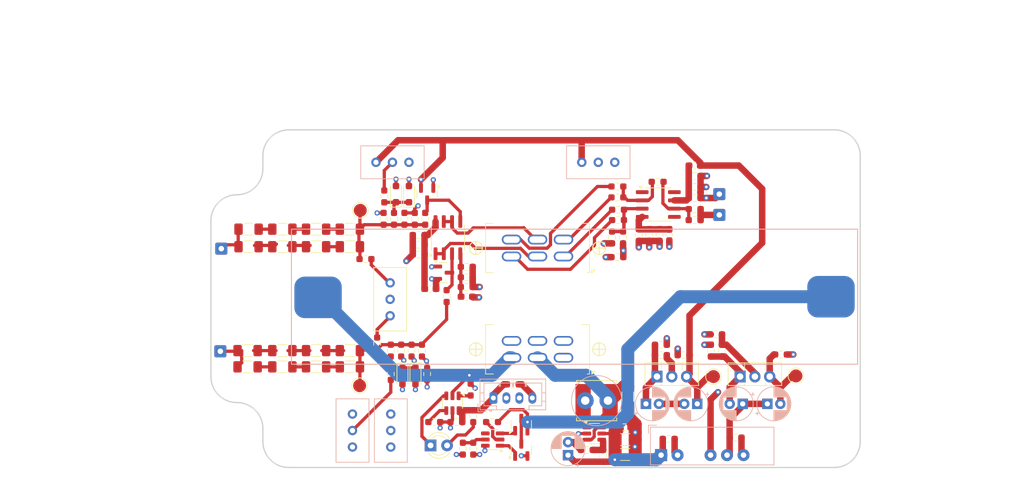
<source format=kicad_pcb>
(kicad_pcb (version 20241229) (generator "pcbnew") (generator_version "9.0")
  (layers (0 "F.Cu" signal) (4 "In1.Cu" signal) (6 "In2.Cu" signal) (2 "B.Cu" signal) (13 "F.Paste" user) (15 "B.Paste" user) (5 "F.SilkS" user "F.Silkscreen") (7 "B.SilkS" user "B.Silkscreen") (1 "F.Mask" user) (3 "B.Mask" user) (25 "Edge.Cuts" user))
  (net 0 "")
  (net 1 "IN+")
  (net 2 "0")
  (net 3 "IN-")
  (net 4 "Net-(C10-Pad1)")
  (net 5 "Net-(C10-Pad2)")
  (net 6 "+5V")
  (net 7 "-5V")
  (net 8 "Net-(R1-Pad1)")
  (net 9 "Net-(C32-Pad2)")
  (net 10 "Net-(R1-Pad2)")
  (net 11 "Net-(R5-Pad1)")
  (net 12 "Net-(R12-Pad1)")
  (net 13 "Net-(R2-Pad2)")
  (net 14 "Net-(R8-Pad2)")
  (net 15 "Net-(R10-Pad1)")
  (net 16 "Net-(R10-Pad2)")
  (net 17 "Net-(C39-Pad1)")
  (net 18 "Net-(U4--)")
  (net 19 "Net-(U4-+)")
  (net 20 "Net-(R17-Pad2)")
  (net 21 "Net-(SW1B-A)")
  (net 22 "Net-(SW1B-C)")
  (net 23 "Net-(SW1A-A)")
  (net 24 "Net-(SW1A-C)")
  (net 25 "Net-(SW1A-B)")
  (net 26 "Net-(SW1B-B)")
  (net 27 "Net-(C12-Pad1)")
  (net 28 "+VBUS")
  (net 29 "Earth")
  (net 30 "Net-(PS1-+Vout)")
  (net 31 "Net-(D1-K)")
  (net 32 "Net-(D4-K)")
  (net 33 "+BAT")
  (net 34 "Net-(U7-SW)")
  (net 35 "Net-(R14-Pad2)")
  (net 36 "Net-(R15-Pad2)")
  (net 37 "Net-(D6-K)")
  (net 38 "Net-(D6-A)")
  (net 39 "Net-(Q3-D)")
  (net 40 "Net-(U7-FB)")
  (net 41 "Net-(C15-Pad1)")
  (net 42 "Net-(C11-Pad1)")
  (net 43 "Net-(C13-Pad1)")
  (net 44 "Net-(C14-Pad1)")
  (net 45 "Net-(U1B-+)")
  (net 46 "Net-(U1A-+)")
  (net 47 "Net-(J1-Pin_1)")
  (net 48 "Net-(U2-VDD)")
  (net 49 "-BAT")
  (net 50 "Net-(Q3-G)")
  (net 51 "Net-(Q5-G)")
  (net 52 "Net-(U2-VM)")
  (net 54 "Net-(PS1-+Vin)")
  (net 55 "Net-(PS1--Vout)")
  (net 56 "Net-(U6-TS)")
  (net 57 "Net-(U6-ISET)")
  (net 58 "Net-(SW2A-B)")
  (net 63 "Net-(C4-Pad2)")
  (net 64 "Net-(Q1-B)")
  (net 65 "Net-(Q4-B)")
  (net 66 "Net-(U1C-V-)")
  (net 67 "Net-(U1C-V+)")
  (net 68 "Net-(U4-V+)")
  (net 69 "Net-(U4-V-)")
  (footprint "Resistor_SMD:R_0603_1608Metric_Pad0.98x0.95mm_HandSolder" (layer "F.Cu") (at 140 140 -90)
    (property "Reference" "R25" (hide yes))
    (property "Value" "10k" (hide yes))
  )
  (footprint "Inductor_SMD:L_Bourns_SRN6045TA" (layer "F.Cu") (at 159.4 141.7 180)
    (property "Reference" "L3" (hide yes))
    (property "Value" "4.7u" (hide yes))
  )
  (footprint "Resistor_SMD:R_0603_1608Metric_Pad0.98x0.95mm_HandSolder" (layer "F.Cu") (at 138.8 149.1 90)
    (property "Reference" "R30" (hide yes))
    (property "Value" "330" (hide yes))
  )
  (footprint "Resistor_SMD:R_0603_1608Metric_Pad0.98x0.95mm_HandSolder" (layer "F.Cu") (at 132 117.7)
    (property "Reference" "C33" (hide yes))
    (property "Value" "100n" (hide yes))
  )
  (footprint "Resistor_SMD:R_0603_1608Metric_Pad0.98x0.95mm_HandSolder" (layer "F.Cu") (at 136.3 125.6 -90)
    (property "Reference" "R51" (hide yes))
    (property "Value" "100" (hide yes))
  )
  (footprint "Resistor_SMD:R_0603_1608Metric_Pad0.98x0.95mm_HandSolder" (layer "F.Cu") (at 162.6 110.4 180)
    (property "Reference" "R13" (hide yes))
    (property "Value" "500" (hide yes))
  )
  (footprint "Diode_SMD:D_SOD-323_HandSoldering" (layer "F.Cu") (at 128.5 109.9 90)
    (property "Reference" "D4" (hide yes))
    (property "Value" "1SV324" (hide yes))
  )
  (footprint "Resistor_SMD:R_1206_3216Metric_Pad1.30x1.75mm_HandSolder" (layer "F.Cu") (at 105.65 134 180)
    (property "Reference" "C39" (hide yes))
    (property "Value" "10p" (hide yes))
  )
  (footprint "Package_SO:SOIC-8_3.9x4.9mm_P1.27mm" (layer "F.Cu") (at 168.9 111.5)
    (property "Reference" "U4" (hide yes))
    (property "Value" "AD8009" (hide yes))
  )
  (footprint "Package_TO_SOT_THT:TO-126-3_Vertical" (layer "F.Cu") (at 168.7 138)
    (property "Reference" "Q1" (hide yes))
    (property "Value" "BD679" (hide yes))
  )
  (footprint "Resistor_SMD:R_1206_3216Metric_Pad1.30x1.75mm_HandSolder" (layer "F.Cu") (at 163.8 150 180)
    (property "Reference" "C41" (hide yes))
    (property "Value" "10u" (hide yes))
  )
  (footprint "Inductor_SMD:L_0603_1608Metric_Pad1.05x0.95mm_HandSolder" (layer "F.Cu") (at 133.8 124.5)
    (property "Reference" "FB2" (hide yes))
    (property "Value" "FerriteBead" (hide yes))
  )
  (footprint "Resistor_SMD:R_0603_1608Metric_Pad0.98x0.95mm_HandSolder" (layer "F.Cu") (at 163.7 145.8 180)
    (property "Reference" "C17" (hide yes))
    (property "Value" "1u" (hide yes))
  )
  (footprint "Resistor_SMD:R_1206_3216Metric_Pad1.30x1.75mm_HandSolder" (layer "F.Cu") (at 116.2 134 180)
    (property "Reference" "C10" (hide yes))
    (property "Value" "10p" (hide yes))
  )
  (footprint "Resistor_SMD:R_0603_1608Metric_Pad0.98x0.95mm_HandSolder" (layer "F.Cu") (at 126.6 113.7 90)
    (property "Reference" "R23" (hide yes))
    (property "Value" "10M" (hide yes))
  )
  (footprint "Resistor_SMD:R_0603_1608Metric_Pad0.98x0.95mm_HandSolder" (layer "F.Cu") (at 174.5 113.9)
    (property "Reference" "R35" (hide yes))
    (property "Value" "100" (hide yes))
  )
  (footprint "Resistor_SMD:R_1206_3216Metric_Pad1.30x1.75mm_HandSolder" (layer "F.Cu") (at 111 118 180)
    (property "Reference" "C13" (hide yes))
    (property "Value" "10p" (hide yes))
  )
  (footprint "Connector_Wire:SolderWire-0.25sqmm_1x01_D0.65mm_OD1.7mm" (layer "F.Cu") (at 101.45 134.1)
    (property "Reference" "J3" (hide yes))
    (property "Value" "wire2board" (hide yes))
  )
  (footprint "Resistor_SMD:R_0603_1608Metric_Pad0.98x0.95mm_HandSolder" (layer "F.Cu") (at 169.3 133.1 180)
    (property "Reference" "R32" (hide yes))
    (property "Value" "3k3" (hide yes))
  )
  (footprint "Resistor_SMD:R_0603_1608Metric_Pad0.98x0.95mm_HandSolder" (layer "F.Cu") (at 129.3 134 90)
    (property "Reference" "C24" (hide yes))
    (property "Value" "470p" (hide yes))
  )
  (footprint "Resistor_SMD:R_0603_1608Metric_Pad0.98x0.95mm_HandSolder" (layer "F.Cu") (at 146.5 139.2)
    (property "Reference" "C1" (hide yes))
    (property "Value" "1u" (hide yes))
  )
  (footprint "TestPoint:TestPoint_Pad_D2.0mm" (layer "F.Cu") (at 123 112.4)
    (property "Reference" "TP2" (hide yes))
    (property "Value" "TestPoint" (hide yes))
  )
  (footprint "Package_TO_SOT_SMD:SOT-23" (layer "F.Cu") (at 133.3 109.9 -90)
    (property "Reference" "D2" (hide yes))
    (property "Value" "BAV99" (hide yes))
  )
  (footprint "Package_TO_SOT_SMD:SOT-23-6" (layer "F.Cu") (at 159.05 146.775)
    (property "Reference" "U7" (hide yes))
    (property "Value" "TLV61070ADBVR" (hide yes))
  )
  (footprint "Resistor_SMD:R_0603_1608Metric_Pad0.98x0.95mm_HandSolder" (layer "F.Cu") (at 139.4 122.7 180)
    (property "Reference" "C18" (hide yes))
    (property "Value" "100n" (hide yes))
  )
  (footprint "Resistor_SMD:R_0603_1608Metric_Pad0.98x0.95mm_HandSolder" (layer "F.Cu") (at 174.5 110.5 180)
    (property "Reference" "C37" (hide yes))
    (property "Value" "1n" (hide yes))
  )
  (footprint "Resistor_SMD:R_1206_3216Metric_Pad1.30x1.75mm_HandSolder" (layer "F.Cu") (at 121.4 115.3)
    (property "Reference" "R11" (hide yes))
    (property "Value" "1 Meg" (hide yes))
  )
  (footprint "Diode_SMD:D_SOD-323_HandSoldering" (layer "F.Cu") (at 131.5 137.9 -90)
    (property "Reference" "D1" (hide yes))
    (property "Value" "1SV324" (hide yes))
  )
  (footprint "Resistor_SMD:R_0603_1608Metric_Pad0.98x0.95mm_HandSolder" (layer "F.Cu") (at 163.47375 116.57375 90)
    (property "Reference" "R24" (hide yes))
    (property "Value" "51k" (hide yes))
  )
  (footprint "Resistor_SMD:R_1206_3216Metric_Pad1.30x1.75mm_HandSolder" (layer "F.Cu") (at 105.8 115.3)
    (property "Reference" "R8" (hide yes))
    (property "Value" "1 Meg" (hide yes))
  )
  (footprint "Package_TO_SOT_SMD:SOT-23-6" (layer "F.Cu") (at 137.2 142.1 -90)
    (property "Reference" "U6" (hide yes))
    (property "Value" "BQ21040DBV" (hide yes))
  )
  (footprint "Connector_Wire:SolderWire-0.25sqmm_1x01_D0.65mm_OD1.7mm" (layer "F.Cu") (at 178.3 109.9 90)
    (property "Reference" "J11" (hide yes))
    (property "Value" "wire2board" (hide yes))
  )
  (footprint "Resistor_SMD:R_0603_1608Metric_Pad0.98x0.95mm_HandSolder" (layer "F.Cu") (at 174.5 107.1 180)
    (property "Reference" "C26" (hide yes))
    (property "Value" "1u" (hide yes))
  )
  (footprint "Resistor_SMD:R_0603_1608Metric_Pad0.98x0.95mm_HandSolder" (layer "F.Cu") (at 132 119.2)
    (property "Reference" "C19" (hide yes))
    (property "Value" "1u" (hide yes))
  )
  (footprint "Resistor_SMD:R_0603_1608Metric_Pad0.98x0.95mm_HandSolder" (layer "F.Cu") (at 157.9 149.3)
    (property "Reference" "R27" (hide yes))
    (property "Value" "10k" (hide yes))
  )
  (footprint "Resistor_SMD:R_0603_1608Metric_Pad0.98x0.95mm_HandSolder" (layer "F.Cu") (at 130.9 134 90)
    (property "Reference" "C6" (hide yes))
    (property "Value" "470p" (hide yes))
  )
  (footprint "Inductor_SMD:L_0603_1608Metric_Pad1.05x0.95mm_HandSolder" (layer "F.Cu") (at 139.4 125.7)
    (property "Reference" "FB1" (hide yes))
    (property "Value" "FerriteBead" (hide yes))
  )
  (footprint "Resistor_SMD:R_1206_3216Metric_Pad1.30x1.75mm_HandSolder" (layer "F.Cu") (at 121.4 134 180)
    (property "Reference" "C11" (hide yes))
    (property "Value" "10p" (hide yes))
  )
  (footprint "Resistor_SMD:R_0603_1608Metric_Pad0.98x0.95mm_HandSolder" (layer "F.Cu") (at 140.4 149.1 -90)
    (property "Reference" "C2" (hide yes))
    (property "Value" "100n" (hide yes))
  )
  (footprint "Resistor_SMD:R_0603_1608Metric_Pad0.98x0.95mm_HandSolder" (layer "F.Cu") (at 127.7 134 90)
    (property "Reference" "C7" (hide yes))
    (property "Value" "100n" (hide yes))
  )
  (footprint "Resistor_SMD:R_0603_1608Metric_Pad0.98x0.95mm_HandSolder" (layer "F.Cu") (at 180.8 147.4 180)
    (property "Reference" "C3" (hide yes))
    (property "Value" "1u" (hide yes))
  )
  (footprint "Resistor_SMD:R_0603_1608Metric_Pad0.98x0.95mm_HandSolder" (layer "F.Cu") (at 140.4 144.1 90)
    (property "Reference" "R26" (hide yes))
    (property "Value" "330" (hide yes))
  )
  (footprint "Resistor_SMD:R_1206_3216Metric_Pad1.30x1.75mm_HandSolder" (layer "F.Cu") (at 105.8 118 180)
    (property "Reference" "C12" (hide yes))
    (property "Value" "10p" (hide yes))
  )
  (footprint "Diode_SMD:D_SOD-323_HandSoldering" (layer "F.Cu") (at 129.5 137.9 -90)
    (property "Reference" "D3" (hide yes))
    (property "Value" "1SV324" (hide yes))
  )
  (footprint "Package_TO_SOT_SMD:SOT-23" (layer "F.Cu") (at 147.8 149.3 90)
    (property "Reference" "Q3" (hide yes))
    (property "Value" "CMSN3416K-HF" (hide yes))
  )
  (footprint "DS100M08KV:DPDT_bigger" (layer "F.Cu") (at 150.3 133.8 180)
    (property "Reference" "SW2" (hide yes))
    (property "Value" "SW_DPDT_x2" (hide yes))
  )
  (footprint "Resistor_SMD:R_0603_1608Metric_Pad0.98x0.95mm_HandSolder" (layer "F.Cu") (at 168.8 108)
    (property "Reference" "R18" (hide yes))
    (property "Value" "1k" (hide yes))
  )
  (footprint "Package_TO_SOT_SMD:SOT-23" (layer "F.Cu") (at 147.8 145.4 90)
    (property "Reference" "Q5" (hide yes))
    (property "Value" "CMSN3416K-HF" (hide yes))
  )
  (footprint "Resistor_SMD:R_1206_3216Metric_Pad1.30x1.75mm_HandSolder" (layer "F.Cu") (at 163.8 147.7 180)
    (property "Reference" "C42" (hide yes))
    (property "Value" "10u" (hide yes))
  )
  (footprint "Resistor_SMD:R_0603_1608Metric_Pad0.98x0.95mm_HandSolder" (layer "F.Cu") (at 169.3 134.7)
    (property "Reference" "R31" (hide yes))
    (property "Value" "1k" (hide yes))
  )
  (footprint "Connector_Wire:SolderWire-0.25sqmm_1x01_D0.65mm_OD1.7mm" (layer "F.Cu") (at 101.6 118.3)
    (property "Reference" "J4" (hide yes))
    (property "Value" "wire2board" (hide yes))
  )
  (footprint "Resistor_SMD:R_0603_1608Metric_Pad0.98x0.95mm_HandSolder" (layer "F.Cu") (at 162.6 119.6)
    (property "Reference" "C4" (hide yes))
    (property "Value" "100n" (hide yes))
  )
  (footprint "Resistor_SMD:R_1206_3216Metric_Pad1.30x1.75mm_HandSolder" (layer "F.Cu") (at 121.4 118 180)
    (property "Reference" "C15" (hide yes))
    (property "Value" "10p" (hide yes))
  )
  (footprint "Resistor_SMD:R_1206_3216Metric_Pad1.30x1.75mm_HandSolder" (layer "F.Cu") (at 111 115.3)
    (property "Reference" "R9" (hide yes))
    (property "Value" "1 Meg" (hide yes))
  )
  (footprint "Resistor_SMD:R_0603_1608Metric_Pad0.98x0.95mm_HandSolder" (layer "F.Cu") (at 128.2 113.7 -90)
    (property "Reference" "C8" (hide yes))
    (property "Value" "100n" (hide yes))
  )
  (footprint "Package_TO_SOT_THT:TO-126-3_Vertical" (layer "F.Cu") (at 181.5 138)
    (property "Reference" "Q4" (hide yes))
    (property "Value" "BD680" (hide yes))
  )
  (footprint "Resistor_SMD:R_0603_1608Metric_Pad0.98x0.95mm_HandSolder" (layer "F.Cu") (at 127.7 137.6 -90)
    (property "Reference" "R15" (hide yes))
    (property "Value" "100k" (hide yes))
  )
  (footprint "Package_TO_SOT_SMD:SOT-23-6" (layer "F.Cu") (at 143.4 147.7 180)
    (property "Reference" "U2" (hide yes))
    (property "Value" "AP9101CK6" (hide yes))
  )
  (footprint "Inductor_SMD:L_0603_1608Metric_Pad1.05x0.95mm_HandSolder" (layer "F.Cu") (at 174.5 105.5)
    (property "Reference" "FB4" (hide yes))
    (property "Value" "FerriteBead" (hide yes))
  )
  (footprint "Resistor_SMD:R_0603_1608Metric_Pad0.98x0.95mm_HandSolder" (layer "F.Cu") (at 177.8 131.5 180)
    (property "Reference" "C29" (hide yes))
    (property "Value" "1u" (hide yes))
  )
  (footprint "Resistor_SMD:R_0603_1608Metric_Pad0.98x0.95mm_HandSolder" (layer "F.Cu") (at 170.5 147.6)
    (property "Reference" "C28" (hide yes))
    (property "Value" "1u" (hide yes))
  )
  (footprint "Diode_SMD:D_SOD-323_HandSoldering" (layer "F.Cu") (at 130.5 109.9 90)
    (property "Reference" "D5" (hide yes))
    (property "Value" "1SV324" (hide yes))
  )
  (footprint "Resistor_SMD:R_0603_1608Metric_Pad0.98x0.95mm_HandSolder" (layer "F.Cu") (at 123.8 119.9 180)
    (property "Reference" "R12" (hide yes))
    (property "Value" "10k" (hide yes))
  )
  (footprint "Resistor_SMD:R_0603_1608Metric_Pad0.98x0.95mm_HandSolder" (layer "F.Cu") (at 172.8 134.7 180)
    (property "Reference" "C31" (hide yes))
    (property "Value" "1u" (hide yes))
  )
  (footprint "Resistor_SMD:R_0603_1608Metric_Pad0.98x0.95mm_HandSolder" (layer "F.Cu") (at 174.5 108.8 180)
    (property "Reference" "C21" (hide yes))
    (property "Value" "100n" (hide yes))
  )
  (footprint "Resistor_SMD:R_1206_3216Metric_Pad1.30x1.75mm_HandSolder" (layer "F.Cu") (at 111 136.5)
    (property "Reference" "R1" (hide yes))
    (property "Value" "1 Meg" (hide yes))
  )
  (footprint "Resistor_SMD:R_0603_1608Metric_Pad0.98x0.95mm_HandSolder" (layer "F.Cu") (at 162.7 112.3)
    (property "Reference" "R16" (hide yes))
    (property "Value" "50" (hide yes))
  )
  (footprint "Resistor_SMD:R_0603_1608Metric_Pad0.98x0.95mm_HandSolder" (layer "F.Cu") (at 129.8 113.7 -90)
    (property "Reference" "C23" (hide yes))
    (property "Value" "470p" (hide yes))
  )
  (footprint "Resistor_SMD:R_1206_3216Metric_Pad1.30x1.75mm_HandSolder" (layer "F.Cu") (at 116.2 136.5)
    (property "Reference" "R2" (hide yes))
    (property "Value" "1 Meg" (hide yes))
  )
  (footprint "TestPoint:TestPoint_Pad_D2.0mm" (layer "F.Cu") (at 177.4 138)
    (property "Reference" "TP3" (hide yes))
    (property "Value" "TestPoint" (hide yes))
  )
  (footprint "Connector_Wire:SolderWire-0.25sqmm_1x01_D0.65mm_OD1.7mm" (layer "F.Cu") (at 178.3 113.1 90)
    (property "Reference" "J1" (hide yes))
    (property "Value" "wire2board" (hide yes))
  )
  (footprint "TestPoint:TestPoint_Pad_D2.0mm" (layer "F.Cu") (at 122.9 139.4)
    (property "Reference" "TP1" (hide yes))
    (property "Value" "TestPoint" (hide yes))
  )
  (footprint "Resistor_SMD:R_0603_1608Metric_Pad0.98x0.95mm_HandSolder" (layer "F.Cu") (at 178.7 134 90)
    (property "Reference" "R33" (hide yes))
    (property "Value" "1k" (hide yes))
  )
  (footprint "Resistor_SMD:R_0603_1608Metric_Pad0.98x0.95mm_HandSolder" (layer "F.Cu") (at 137.8 145 180)
    (property "Reference" "C45" (hide yes))
    (property "Value" "100n" (hide yes))
  )
  (footprint "Potentiometer_THT:Potentiometer_Bourns_3296W_Vertical" (layer "F.Cu") (at 127.6 123.56 90)
    (property "Reference" "RV2" (hide yes))
    (property "Value" "100" (hide yes))
  )
  (footprint "Resistor_SMD:R_0603_1608Metric_Pad0.98x0.95mm_HandSolder" (layer "F.Cu") (at 162.7 113.9)
    (property "Reference" "R20" (hide yes))
    (property "Value" "500" (hide yes))
  )
  (footprint "Package_TO_SOT_SMD:SOT-23" (layer "F.Cu") (at 135.8 122)
    (property "Reference" "D7" (hide yes))
    (property "Value" "BAV99" (hide yes))
  )
  (footprint "LED_THT:LED_D3.0mm_FlatTop" (layer "F.Cu") (at 133.83 148.6)
    (property "Reference" "D6" (hide yes))
    (property "Value" "LED" (hide yes))
  )
  (footprint "Resistor_SMD:R_0603_1608Metric_Pad0.98x0.95mm_HandSolder" (layer "F.Cu") (at 174.5 112.2 180)
    (property "Reference" "R17" (hide yes))
    (property "Value" "100" (hide yes))
  )
  (footprint "Resistor_SMD:R_0603_1608Metric_Pad0.98x0.95mm_HandSolder" (layer "F.Cu") (at 143.3 145 180)
    (property "Reference" "R29" (hide yes))
    (property "Value" "2.7k" (hide yes))
  )
  (footprint "Resistor_SMD:R_0603_1608Metric_Pad0.98x0.95mm_HandSolder" (layer "F.Cu") (at 162.6 108.72375 180)
    (property "Reference" "R6" (hide yes))
    (property "Value" "50" (hide yes))
  )
  (footprint "Package_SO:SOIC-8_3.9x4.9mm_P1.27mm" (layer "F.Cu") (at 136.5 116.6 90)
    (property "Reference" "U1" (hide yes))
    (property "Value" "AD8039" (hide yes))
  )
  (footprint "Inductor_SMD:L_0603_1608Metric_Pad1.05x0.95mm_HandSolder" (layer "F.Cu") (at 170.6 116.2 -90)
    (property "Reference" "FB3" (hide yes))
    (property "Value" "FerriteBead" (hide yes))
  )
  (footprint "DS100M08KV:DPDT_bigger" (layer "F.Cu") (at 150.3 118.2 180)
    (property "Reference" "SW1" (hide yes))
    (property "Value" "SW_DPDT_x2" (hide yes))
  )
  (footprint "Resistor_SMD:R_0603_1608Metric_Pad0.98x0.95mm_HandSolder" (layer "F.Cu") (at 134.4 145 180)
    (property "Reference" "R36" (hide yes))
    (property "Value" "10k" (hide yes))
  )
  (footprint "Resistor_SMD:R_0603_1608Metric_Pad0.98x0.95mm_HandSolder" (layer "F.Cu") (at 133 113.7 -90)
    (property "Reference" "R52" (hide yes))
    (property "Value" "100" (hide yes))
  )
  (footprint "Resistor_SMD:R_0603_1608Metric_Pad0.98x0.95mm_HandSolder" (layer "F.Cu") (at 160.4 150.2 -90)
    (property "Reference" "R28" (hide yes))
    (property "Value" "10k" (hide yes))
  )
  (footprint "Resistor_SMD:R_0603_1608Metric_Pad0.98x0.95mm_HandSolder" (layer "F.Cu") (at 126.7 110.25 90)
    (property "Reference" "R14" (hide yes))
    (property "Value" "100k" (hide yes))
  )
  (footprint "Resistor_SMD:R_0603_1608Metric_Pad0.98x0.95mm_HandSolder" (layer "F.Cu") (at 169.1 116.2 90)
    (property "Reference" "C25" (hide yes))
    (property "Value" "1n" (hide yes))
  )
  (footprint "Resistor_SMD:R_1206_3216Metric_Pad1.30x1.75mm_HandSolder" (layer "F.Cu") (at 116.2 118 180)
    (property "Reference" "C14" (hide yes))
    (property "Value" "10p" (hide yes))
  )
  (footprint "Resistor_SMD:R_0603_1608Metric_Pad0.98x0.95mm_HandSolder" (layer "F.Cu") (at 131.4 113.7 -90)
    (property "Reference" "C5" (hide yes))
    (property "Value" "470p" (hide yes))
  )
  (footprint "Resistor_SMD:R_1206_3216Metric_Pad1.30x1.75mm_HandSolder" (layer "F.Cu") (at 121.4 136.5)
    (property "Reference" "R3" (hide yes))
    (property "Value" "1 Meg" (hide yes))
  )
  (footprint "Resistor_SMD:R_0603_1608Metric_Pad0.98x0.95mm_HandSolder" (layer "F.Cu") (at 132.5 134 -90)
    (property "Reference" "R7" (hide yes))
    (property "Value" "10M" (hide yes))
  )
  (footprint "Resistor_SMD:R_0603_1608Metric_Pad0.98x0.95mm_HandSolder" (layer "F.Cu") (at 177 134 -90)
    (property "Reference" "R34" (hide yes))
    (property "Value" "3k3" (hide yes))
  )
  (footprint "Resistor_SMD:R_0603_1608Metric_Pad0.98x0.95mm_HandSolder" (layer "F.Cu") (at 139.4 121.1 180)
    (property "Reference" "C35" (hide yes))
    (property "Value" "1n" (hide yes))
  )
  (footprint "Resistor_SMD:R_1206_3216Metric_Pad1.30x1.75mm_HandSolder" (layer "F.Cu") (at 105.65 136.5)
    (property "Reference" "R4" (hide yes))
    (property "Value" "1 Meg" (hide yes))
  )
  (footprint "Resistor_SMD:R_0603_1608Metric_Pad0.98x0.95mm_HandSolder" (layer "F.Cu") (at 187.8 134.6)
    (property "Reference" "C30" (hide yes))
    (property "Value" "1u" (hide yes))
  )
  (footprint "Resistor_SMD:R_0603_1608Metric_Pad0.98x0.95mm_HandSolder" (layer "F.Cu") (at 167.5 116.2 90)
    (property "Reference" "C22" (hide yes))
    (property "Value" "100n" (hide yes))
  )
  (footprint "Resistor_SMD:R_0603_1608Metric_Pad0.98x0.95mm_HandSolder" (layer "F.Cu") (at 139.4 124.2 180)
    (property "Reference" "C27" (hide yes))
    (property "Value" "1u" (hide yes))
  )
  (footprint "Resistor_SMD:R_1206_3216Metric_Pad1.30x1.75mm_HandSolder" (layer "F.Cu") (at 116.2 115.3)
    (property "Reference" "R10" (hide yes))
    (property "Value" "1 Meg" (hide yes))
  )
  (footprint "Resistor_SMD:R_0603_1608Metric_Pad0.98x0.95mm_HandSolder" (layer "F.Cu") (at 161.77375 116.57375 -90)
    (property "Reference" "R22" (hide yes))
    (property "Value" "1k" (hide yes))
  )
  (footprint "Resistor_SMD:R_0603_1608Metric_Pad0.98x0.95mm_HandSolder" (layer "F.Cu") (at 125.6 132.9 -90)
    (property "Reference" "R5" (hide yes))
    (property "Value" "10k" (hide yes))
  )
  (footprint "Resistor_SMD:R_0603_1608Metric_Pad0.98x0.95mm_HandSolder" (layer "F.Cu") (at 133.3 137.6 90)
    (property "Reference" "C32" (hide yes))
    (property "Value" "100n" (hide yes))
  )
  (footprint "Resistor_SMD:R_0603_1608Metric_Pad0.98x0.95mm_HandSolder" (layer "F.Cu") (at 165.9 116.2 90)
    (property "Reference" "C38" (hide yes))
    (property "Value" "100n" (hide yes))
  )
  (footprint "Resistor_SMD:R_1206_3216Metric_Pad1.30x1.75mm_HandSolder" (layer "F.Cu") (at 164.2 141.1 90)
    (property "Reference" "C43" (hide yes))
    (property "Value" "10u" (hide yes))
  )
  (footprint "TestPoint:TestPoint_Pad_D2.0mm" (layer "F.Cu") (at 190.1 137.9)
    (property "Reference" "TP4" (hide yes))
    (property "Value" "TestPoint" (hide yes))
  )
  (footprint "Resistor_SMD:R_1206_3216Metric_Pad1.30x1.75mm_HandSolder" (layer "F.Cu") (at 111 134 180)
    (property "Reference" "C9" (hide yes))
    (property "Value" "10p" (hide yes))
  )
  (footprint "Resistor_SMD:R_0603_1608Metric_Pad0.98x0.95mm_HandSolder" (layer "F.Cu") (at 132 116.2)
    (property "Reference" "C34" (hide yes))
    (property "Value" "1n" (hide yes))
  )
  (footprint "Connector_JST:JST_PH_B4B-PH-K_1x04_P2.00mm_Vertical" (layer "B.Cu") (at 143.5 141.3)
    (property "Reference" "J2" (hide yes))
    (property "Value" "Conn_01x04_Socket" (hide yes))
  )
  (footprint "Capacitor_THT:CP_Radial_D5.0mm_P2.00mm" (layer "B.Cu") (at 167 142.2)
    (property "Reference" "C16" (hide yes))
    (property "Value" "47u" (hide yes))
  )
  (footprint "Converter_DCDC:Converter_DCDC_XP_POWER-IAxxxxS_THT" (layer "B.Cu") (at 169.33 150.095 -90)
    (property "Reference" "PS1" (hide yes))
    (property "Value" "IA0509S" (hide yes))
  )
  (footprint "Capacitor_THT:CP_Radial_D5.0mm_P2.00mm" (layer "B.Cu") (at 155 150.1 90)
    (property "Reference" "C40" (hide yes))
    (property "Value" "47u" (hide yes))
  )
  (footprint "DS100M08KV:M3_with_screw" (layer "B.Cu") (at 115 143.5 180)
    (property "Reference" "H3" (hide yes))
    (property "Value" "MountingHole" (hide yes))
  )
  (footprint "DS100M08KV:black_safety_4mm_connector" (layer "B.Cu") (at 107.9 114 180)
    (property "Reference" "J9" (hide yes))
    (property "Value" "black_safety_4mm_connector" (hide yes))
  )
  (footprint "DS100M08KV:USB_C_floating" (layer "B.Cu") (at 203.3 134.6)
    (property "Reference" "J5" (hide yes))
    (property "Value" "USB_C_floating" (hide yes))
  )
  (footprint "Potentiometer_THT:Potentiometer_Bourns_3296W_Vertical" (layer "B.Cu") (at 130.5 105)
    (property "Reference" "RV6" (hide yes))
    (property "Value" "100k" (hide yes))
  )
  (footprint "Inductor_THT:L_Radial_D7.5mm_P3.50mm_Fastron_07P" (layer "B.Cu") (at 161.15 141.7 180)
    (property "Reference" "L2" (hide yes))
    (property "Value" "4.7u" (hide yes))
  )
  (footprint "Potentiometer_THT:Potentiometer_Bourns_3296W_Vertical" (layer "B.Cu") (at 121.8 148.85 -90)
    (property "Reference" "RV5" (hide yes))
    (property "Value" "100k" (hide yes))
  )
  (footprint "DS100M08KV:BNC_panel_mount" (layer "B.Cu") (at 210.2 114 180)
    (property "Reference" "J10" (hide yes))
    (property "Value" "BNC_panel_mount" (hide yes))
  )
  (footprint "Capacitor_THT:CP_Radial_D5.0mm_P2.00mm" (layer "B.Cu") (at 174.9 142.2 180)
    (property "Reference" "C44" (hide yes))
    (property "Value" "47u" (hide yes))
  )
  (footprint "DS100M08KV:battery_holder" (layer "B.Cu") (at 156 125.7)
    (property "Reference" "BT1" (hide yes))
    (property "Value" "Battery_Cell" (hide yes))
  )
  (footprint "DS100M08KV:M3_with_screw" (layer "B.Cu") (at 194.9 143.5 180)
    (property "Reference" "H4" (hide yes))
    (property "Value" "MountingHole" (hide yes))
  )
  (footprint "DS100M08KV:M3_with_screw" (layer "B.Cu") (at 115 108.5 180)
    (property "Reference" "H1" (hide yes))
    (property "Value" "MountingHole" (hide yes))
  )
  (footprint "Potentiometer_THT:Potentiometer_Bourns_3296W_Vertical" (layer "B.Cu") (at 162.2 105)
    (property "Reference" "RV4" (hide yes))
    (property "Value" "100k" (hide yes))
  )
  (footprint "Capacitor_THT:CP_Radial_D5.0mm_P2.00mm" (layer "B.Cu") (at 181.9 142.2 180)
    (property "Reference" "C20" (hide yes))
    (property "Value" "47u" (hide yes))
  )
  (footprint "Potentiometer_THT:Potentiometer_Bourns_3296W_Vertical" (layer "B.Cu") (at 127.7 148.85 -90)
    (property "Reference" "RV1" (hide yes))
    (property "Value" "100k" (hide yes))
  )
  (footprint "DS100M08KV:M3_with_screw" (layer "B.Cu") (at 194.9 108.5 180)
    (property "Reference" "H2" (hide yes))
    (property "Value" "MountingHole" (hide yes))
  )
  (footprint "Capacitor_THT:CP_Radial_D5.0mm_P2.00mm" (layer "B.Cu") (at 185.7 142.2)
    (property "Reference" "C36" (hide yes))
    (property "Value" "47u" (hide yes))
  )
  (footprint "DS100M08KV:black_safety_4mm_connector" (layer "B.Cu") (at 107.9 138 180)
    (property "Reference" "J8" (hide yes))
    (property "Value" "red_safety_4mm_connector" (hide yes))
  )
  (gr_line (start 131.3 135.5) (end 130.7 135) (stroke (width 0.2)) (layer "F.Cu") (net 2))
  (gr_arc (start 108 104) (mid 109.171573 101.171573) (end 112 100) (stroke (width 0.2)) (layer "Edge.Cuts"))
  (gr_arc (start 196 100) (mid 198.828427 101.171573) (end 200 104) (stroke (width 0.2)) (layer "Edge.Cuts"))
  (gr_line (start 196 100) (end 112 100) (stroke (width 0.2)) (layer "Edge.Cuts"))
  (gr_arc (start 104 142) (mid 106.828427 143.171573) (end 108 146) (stroke (width 0.2)) (layer "Edge.Cuts"))
  (gr_line (start 112 152) (end 196 152) (stroke (width 0.2)) (layer "Edge.Cuts"))
  (gr_line (start 108 146) (end 108 148) (stroke (width 0.2)) (layer "Edge.Cuts"))
  (gr_line (start 100 114) (end 100 138) (stroke (width 0.2)) (layer "Edge.Cuts"))
  (gr_arc (start 100 114) (mid 101.171573 111.171573) (end 104 110) (stroke (width 0.2)) (layer "Edge.Cuts"))
  (gr_line (start 108 104) (end 108 106) (stroke (width 0.2)) (layer "Edge.Cuts"))
  (gr_arc (start 112 152) (mid 109.171573 150.828427) (end 108 148) (stroke (width 0.2)) (layer "Edge.Cuts"))
  (gr_arc (start 108 106) (mid 106.828427 108.828427) (end 104 110) (stroke (width 0.2)) (layer "Edge.Cuts"))
  (gr_arc (start 200 148) (mid 198.828427 150.828427) (end 196 152) (stroke (width 0.2)) (layer "Edge.Cuts"))
  (gr_line (start 200 148) (end 200 104) (stroke (width 0.2)) (layer "Edge.Cuts"))
  (gr_arc (start 104 142) (mid 101.171573 140.828427) (end 100 138) (stroke (width 0.2)) (layer "Edge.Cuts"))
  (segment (start 104.6375 134.1) (end 104.7375 134) (width 0.5) (layer "F.Cu") (net 1))
  (segment (start 104.7375 134) (end 104.7375 135.8625) (width 0.5) (layer "F.Cu") (net 1))
  (segment (start 104.7375 135.8625) (end 104.1 136.5) (width 0.5) (layer "F.Cu") (net 1))
  (segment (start 101.85 134.1) (end 104.6375 134.1) (width 0.5) (layer "F.Cu") (net 1))
  (segment (start 179.8875 149.6975) (end 179.49 150.095) (width 1) (layer "F.Cu") (net 2))
  (segment (start 131.805382 111.7) (end 131.4 112.105382) (width 0.5) (layer "F.Cu") (net 2))
  (segment (start 140.3125 123.4) (end 140.3125 122.65) (width 1) (layer "F.Cu") (net 2))
  (segment (start 171.8875 133.7125) (end 171.9 133.7) (width 1) (layer "F.Cu") (net 2))
  (segment (start 175.4125 109.6125) (end 175.4125 110.5) (width 1) (layer "F.Cu") (net 2))
  (segment (start 175.4 109.6) (end 175.4125 109.6125) (width 1) (layer "F.Cu") (net 2))
  (segment (start 131.0875 119.2) (end 131.0875 116.2) (width 1) (layer "F.Cu") (net 2))
  (segment (start 176.9875 133.1) (end 177 133.0875) (width 1) (layer "F.Cu") (net 2))
  (segment (start 129.7 135.3125) (end 129.3 134.9125) (width 0.5) (layer "F.Cu") (net 2))
  (segment (start 171.8875 134.7) (end 171.8875 133.7125) (width 1) (layer "F.Cu") (net 2))
  (segment (start 165.9 117.1125) (end 169.1 117.1125) (width 1) (layer "F.Cu") (net 2))
  (segment (start 131.308118 135.320618) (end 130.9 134.9125) (width 0.5) (layer "F.Cu") (net 2))
  (segment (start 133.3 139.6) (end 133.3 138.5125) (width 0.5) (layer "F.Cu") (net 2))
  (segment (start 175.4125 109.5875) (end 175.4 109.6) (width 1) (layer "F.Cu") (net 2))
  (segment (start 129.5 140) (end 129.5 139.15) (width 0.5) (layer "F.Cu") (net 2))
  (segment (start 169 142.2) (end 172.9 142.2) (width 1) (layer "F.Cu") (net 2))
  (segment (start 160.621332 117.48625) (end 161.77375 117.48625) (width 1) (layer "F.Cu") (net 2))
  (segment (start 130.5 107.6) (end 130.5 108.65) (width 0.5) (layer "F.Cu") (net 2))
  (segment (start 167.5 117.1125) (end 167.5 118.1) (width 1) (layer "F.Cu") (net 2))
  (segment (start 140.3125 122.6) (end 140.3125 121.1) (width 0.5) (layer "F.Cu") (net 2))
  (segment (start 140.4125 122.75) (end 140.4125 122.75) (width 0.5) (layer "F.Cu") (net 2))
  (segment (start 161.6875 119.6) (end 160.8 119.6) (width 1) (layer "F.Cu") (net 2))
  (segment (start 131.9 111.7) (end 131.805382 111.7) (width 0.5) (layer "F.Cu") (net 2))
  (segment (start 160.5 117.5) (end 160.607582 117.5) (width 1) (layer "F.Cu") (net 2))
  (segment (start 176 133.1) (end 176.9875 133.1) (width 1) (layer "F.Cu") (net 2))
  (segment (start 179.8875 147.4) (end 179.8875 144.5125) (width 1) (layer "F.Cu") (net 2))
  (segment (start 131.4 112.105382) (end 131.4 112.7875) (width 0.5) (layer "F.Cu") (net 2))
  (segment (start 128.5 107.6) (end 128.5 108.65) (width 0.5) (layer "F.Cu") (net 2))
  (segment (start 179.8875 144.5125) (end 181.9 142.5) (width 1) (layer "F.Cu") (net 2))
  (segment (start 175.4125 107.1) (end 175.4125 109.5875) (width 1) (layer "F.Cu") (net 2))
  (segment (start 160.607582 117.5) (end 160.621332 117.48625) (width 1) (layer "F.Cu") (net 2))
  (segment (start 126.5875 112.8) (end 126.6 112.7875) (width 0.5) (layer "F.Cu") (net 2))
  (segment (start 140.3125 123.4) (end 140.3125 121.1) (width 1) (layer "F.Cu") (net 2))
  (segment (start 175.4125 110.5) (end 176.3 110.5) (width 1) (layer "F.Cu") (net 2))
  (segment (start 176.3 108.8) (end 175.4125 108.8) (width 1) (layer "F.Cu") (net 2))
  (segment (start 189.7 134.6) (end 188.7125 134.6) (width 1) (layer "F.Cu") (net 2))
  (segment (start 181.9 142.2) (end 185.7 142.2) (width 1) (layer "F.Cu") (net 2))
  (segment (start 140.3125 124.2) (end 140.3125 123.4) (width 1) (layer "F.Cu") (net 2))
  (segment (start 129.7 135.5) (end 129.7 135.3125) (width 0.5) (layer "F.Cu") (net 2))
  (segment (start 179.8875 147.4) (end 179.8875 149.6975) (width 1) (layer "F.Cu") (net 2))
  (segment (start 165.9 117.1125) (end 165.9 118.1) (width 1) (layer "F.Cu") (net 2))
  (segment (start 131.0875 119.2) (end 131.0875 117.7) (width 1) (layer "F.Cu") (net 2))
  (segment (start 181.9 142.5) (end 181.9 142.2) (width 1) (layer "F.Cu") (net 2))
  (segment (start 177.7 110.5) (end 176.3 110.5) (width 1) (layer "F.Cu") (net 2))
  (segment (start 175.4125 107.1) (end 176.4 107.1) (width 1) (layer "F.Cu") (net 2))
  (segment (start 175.4 110.65) (end 175.4125 110.6625) (width 0.5) (layer "F.Cu") (net 2))
  (segment (start 129.8 112.7875) (end 131.4 112.7875) (width 0.5) (layer "F.Cu") (net 2))
  (segment (start 169.1 117.1125) (end 169.1 118) (width 1) (layer "F.Cu") (net 2))
  (segment (start 141.4 124.2) (end 140.3125 124.2) (width 1) (layer "F.Cu") (net 2))
  (segment (start 178.3 109.9) (end 177.7 110.5) (width 1) (layer "F.Cu") (net 2))
  (segment (start 170.2125 133.1) (end 170.2125 132.1) (width 1) (layer "F.Cu") (net 2))
  (segment (start 140.3 122.6375) (end 140.3125 122.65) (width 0.5) (layer "F.Cu") (net 2))
  (segment (start 128.5 107.6) (end 128.6 107.5) (width 0.5) (layer "F.Cu") (net 2))
  (segment (start 131.0875 118.0125) (end 131.0875 119.2) (width 1) (layer "F.Cu") (net 2))
  (segment (start 125.6 112.8) (end 126.5875 112.8) (width 0.5) (layer "F.Cu") (net 2))
  (segment (start 131.0875 119.2125) (end 131.0875 119.2) (width 1) (layer "F.Cu") (net 2))
  (segment (start 130.1 120.2) (end 131.0875 119.2125) (width 1) (layer "F.Cu") (net 2))
  (segment (start 131.5 140) (end 131.5 139.15) (width 0.5) (layer "F.Cu") (net 2))
  (segment (start 176 131.5) (end 176.9875 131.5) (width 1) (layer "F.Cu") (net 2))
  (segment (start 131.308118 135.55) (end 131.308118 135.320618) (width 0.5) (layer "F.Cu") (net 2))
  (via (at 170.2125 132.1) (size 0.8) (drill 0.4) (layers "F.Cu" "B.Cu") (net 2))
  (via (at 141.4 124.2) (size 0.8) (drill 0.4) (layers "F.Cu" "B.Cu") (net 2))
  (via (at 160.5 117.5) (size 0.8) (drill 0.4) (layers "F.Cu" "B.Cu") (net 2))
  (via (at 130.5 107.6) (size 0.8) (drill 0.4) (layers "F.Cu" "B.Cu") (net 2))
  (via (at 176 131.5) (size 0.8) (drill 0.4) (layers "F.Cu" "B.Cu") (net 2))
  (via (at 130.1 120.2) (size 0.8) (drill 0.4) (layers "F.Cu" "B.Cu") (net 2))
  (via (at 128.5 107.6) (size 0.8) (drill 0.4) (layers "F.Cu" "B.Cu") (net 2))
  (via (at 176 133.1) (size 0.8) (drill 0.4) (layers "F.Cu" "B.Cu") (net 2))
  (via (at 171.9 133.7) (size 0.8) (drill 0.4) (layers "F.Cu" "B.Cu") (net 2))
  (via (at 131.5 140) (size 0.8) (drill 0.4) (layers "F.Cu" "B.Cu") (net 2))
  (via (at 169.1 118) (size 0.8) (drill 0.4) (layers "F.Cu" "B.Cu") (net 2))
  (via (at 176.4 107.1) (size 0.8) (drill 0.4) (layers "F.Cu" "B.Cu") (net 2))
  (via (at 176.3 110.5) (size 0.8) (drill 0.4) (layers "F.Cu" "B.Cu") (net 2))
  (via (at 165.9 118.1) (size 0.8) (drill 0.4) (layers "F.Cu" "B.Cu") (net 2))
  (via (at 125.6 112.8) (size 0.8) (drill 0.4) (layers "F.Cu" "B.Cu") (net 2))
  (via (at 133.3 139.6) (size 0.8) (drill 0.4) (layers "F.Cu" "B.Cu") (net 2))
  (via (at 176.3 108.8) (size 0.8) (drill 0.4) (layers "F.Cu" "B.Cu") (net 2))
  (via (at 167.5 118.1) (size 0.8) (drill 0.4) (layers "F.Cu" "B.Cu") (net 2))
  (via (at 131.9 111.7) (size 0.8) (drill 0.4) (layers "F.Cu" "B.Cu") (net 2))
  (via (at 129.7 135.5) (size 0.8) (drill 0.4) (layers "F.Cu" "B.Cu") (net 2))
  (via (at 189.7 134.6) (size 0.8) (drill 0.4) (layers "F.Cu" "B.Cu") (net 2))
  (via (at 160.8 119.6) (size 0.8) (drill 0.4) (layers "F.Cu" "B.Cu") (net 2))
  (via (at 131.308118 135.55) (size 0.8) (drill 0.4) (layers "F.Cu" "B.Cu") (net 2))
  (via (at 129.5 140) (size 0.8) (drill 0.4) (layers "F.Cu" "B.Cu") (net 2))
  (segment (start 104.2 115.35) (end 104.25 115.3) (width 0.5) (layer "F.Cu") (net 3))
  (segment (start 103.95 117.7) (end 104.2 117.95) (width 0.5) (layer "F.Cu") (net 3))
  (segment (start 104.2 117.95) (end 104.2 115.35) (width 0.5) (layer "F.Cu") (net 3))
  (segment (start 101.6 117.7) (end 103.95 117.7) (width 0.5) (layer "F.Cu") (net 3))
  (segment (start 117.0625 134) (end 120.4375 134) (width 0.5) (layer "F.Cu") (net 4))
  (segment (start 111.8625 134) (end 115.2375 134) (width 0.5) (layer "F.Cu") (net 5))
  (segment (start 181.3 105.5) (end 184.9 109.1) (width 1) (layer "F.Cu") (net 6))
  (segment (start 177.4 138) (end 176.6 138) (width 1) (layer "F.Cu") (net 6))
  (segment (start 134.8625 123.1375) (end 134.8 123.2) (width 0.5) (layer "F.Cu") (net 6))
  (segment (start 157.1 101.6) (end 157.1 104.98) (width 1) (layer "F.Cu") (net 6))
  (segment (start 173.7125 137.5475) (end 173.26 138) (width 1) (layer "F.Cu") (net 6))
  (segment (start 174.96 139.64) (end 174.9 139.64) (width 1) (layer "F.Cu") (net 6))
  (segment (start 135.7 101.6) (end 128.82 101.6) (width 1) (layer "F.Cu") (net 6))
  (segment (start 174.9 139.64) (end 174.9 142.2) (width 1) (layer "F.Cu") (net 6))
  (segment (start 134.8625 122.95) (end 134.8625 123.1375) (width 0.5) (layer "F.Cu") (net 6))
  (segment (start 171.9 101.6) (end 164.3 101.6) (width 1) (layer "F.Cu") (net 6))
  (segment (start 157.1 104.98) (end 157.12 105) (width 1) (layer "F.Cu") (net 6))
  (segment (start 175.375 105.075) (end 171.9 101.6) (width 1) (layer "F.Cu") (net 6))
  (segment (start 176.6 138) (end 174.96 139.64) (width 1) (layer "F.Cu") (net 6))
  (segment (start 184.9 109.1) (end 184.9 117.4) (width 1) (layer "F.Cu") (net 6))
  (segment (start 173.7125 128.5875) (end 173.7125 134.7) (width 1) (layer "F.Cu") (net 6))
  (segment (start 135.7 104.3) (end 132.35 107.65) (width 1) (layer "F.Cu") (net 6))
  (segment (start 134.675 123.325) (end 134.8 123.2) (width 1) (layer "F.Cu") (net 6))
  (segment (start 128.82 101.6) (end 125.42 105) (width 1) (layer "F.Cu") (net 6))
  (segment (start 135.7 101.6) (end 135.7 104.3) (width 1) (layer "F.Cu") (net 6))
  (segment (start 134.675 124.5) (end 134.675 123.325) (width 1) (layer "F.Cu") (net 6))
  (segment (start 164.3 101.6) (end 157.1 101.6) (width 1) (layer "F.Cu") (net 6))
  (segment (start 175.375 105.5) (end 175.375 105.075) (width 1) (layer "F.Cu") (net 6))
  (segment (start 184.9 117.4) (end 173.7125 128.5875) (width 1) (layer "F.Cu") (net 6))
  (segment (start 164.3 101.6) (end 135.7 101.6) (width 1) (layer "F.Cu") (net 6))
  (segment (start 132.35 107.65) (end 132.35 108.9625) (width 0.5) (layer "F.Cu") (net 6))
  (segment (start 173.26 138) (end 174.9 139.64) (width 1) (layer "F.Cu") (net 6))
  (segment (start 173.7125 134.7) (end 173.7125 137.5475) (width 1) (layer "F.Cu") (net 6))
  (segment (start 175.375 105.5) (end 181.3 105.5) (width 1) (layer "F.Cu") (net 6))
  (via (at 134 122.95) (size 0.8) (drill 0.4) (layers "F.Cu" "B.Cu") (net 6))
  (via (at 132.35 107.65) (size 0.8) (drill 0.4) (layers "F.Cu" "B.Cu") (net 6))
  (segment (start 187.7 142.2) (end 187.7 139.64) (width 1) (layer "F.Cu") (net 7))
  (segment (start 134.25 107.7) (end 134.25 108.9625) (width 0.5) (layer "F.Cu") (net 7))
  (segment (start 186.7 134.6) (end 186.06 135.24) (width 1) (layer "F.Cu") (net 7))
  (segment (start 187.76 139.64) (end 189.5 137.9) (width 1) (layer "F.Cu") (net 7))
  (segment (start 141.3 125.8) (end 140.375 125.8) (width 1) (layer "F.Cu") (net 7))
  (segment (start 187.7 139.64) (end 186.06 138) (width 1) (layer "F.Cu") (net 7))
  (segment (start 186.8875 134.6) (end 186.7 134.6) (width 1) (layer "F.Cu") (net 7))
  (segment (start 187.7 139.64) (end 187.76 139.64) (width 1) (layer "F.Cu") (net 7))
  (segment (start 186.06 135.24) (end 186.06 138) (width 1) (layer "F.Cu") (net 7))
  (segment (start 140.375 125.8) (end 140.275 125.7) (width 1) (layer "F.Cu") (net 7))
  (segment (start 189.5 137.9) (end 190.1 137.9) (width 1) (layer "F.Cu") (net 7))
  (segment (start 170.6 118) (end 170.6 117.075) (width 1) (layer "F.Cu") (net 7))
  (via (at 141.3 125.8) (size 0.8) (drill 0.4) (layers "F.Cu" "B.Cu") (net 7))
  (via (at 134.25 107.7) (size 0.8) (drill 0.4) (layers "F.Cu" "B.Cu") (net 7))
  (via (at 134 121.1) (size 0.8) (drill 0.4) (layers "F.Cu" "B.Cu") (net 7))
  (via (at 170.6 118) (size 0.8) (drill 0.4) (layers "F.Cu" "B.Cu") (net 7))
  (segment (start 107.2 136.5) (end 109.4 136.5) (width 0.5) (layer "F.Cu") (net 8))
  (segment (start 133.3 135.7125) (end 132.5 134.9125) (width 0.5) (layer "F.Cu") (net 9))
  (segment (start 133.3 136.6875) (end 133.3 135.7125) (width 0.5) (layer "F.Cu") (net 9))
  (via (at 133.2 135.6) (size 0.8) (drill 0.4) (layers "F.Cu" "B.Cu") (net 9))
  (segment (start 112.5 136.5) (end 114.6 136.5) (width 0.5) (layer "F.Cu") (net 10))
  (segment (start 127.6 128.74) (end 125.6 130.74) (width 0.5) (layer "F.Cu") (net 11))
  (segment (start 125.6 130.74) (end 125.6 131.9875) (width 0.5) (layer "F.Cu") (net 11))
  (segment (start 127.56 123.66) (end 127.6 123.66) (width 0.5) (layer "F.Cu") (net 12))
  (segment (start 124.7125 119.9) (end 124.7 119.9125) (width 0.5) (layer "F.Cu") (net 12))
  (segment (start 124.7 119.9125) (end 124.7 120.8) (width 0.5) (layer "F.Cu") (net 12))
  (segment (start 124.7 120.8) (end 127.56 123.66) (width 0.5) (layer "F.Cu") (net 12))
  (segment (start 117.7 136.5) (end 119.8 136.5) (width 0.5) (layer "F.Cu") (net 13))
  (segment (start 107.35 115.3) (end 109.45 115.3) (width 0.5) (layer "F.Cu") (net 14))
  (segment (start 112.55 115.3) (end 114.65 115.3) (width 0.5) (layer "F.Cu") (net 15))
  (segment (start 117.75 115.3) (end 119.85 115.3) (width 0.5) (layer "F.Cu") (net 16))
  (segment (start 106.5625 134) (end 110.0375 134) (width 0.5) (layer "F.Cu") (net 17))
  (segment (start 167.9875 110.277499) (end 167.399999 110.865) (width 0.5) (layer "F.Cu") (net 18))
  (segment (start 163.5125 110.2) (end 164.1775 110.865) (width 0.5) (layer "F.Cu") (net 18))
  (segment (start 167.399999 110.865) (end 166.425 110.865) (width 0.5) (layer "F.Cu") (net 18))
  (segment (start 167.9875 108) (end 167.9875 110.277499) (width 0.5) (layer "F.Cu") (net 18))
  (segment (start 163.5125 108.8) (end 163.5125 110.2) (width 0.5) (layer "F.Cu") (net 18))
  (segment (start 164.1775 110.865) (end 166.425 110.865) (width 0.5) (layer "F.Cu") (net 18))
  (segment (start 163.7775 112.135) (end 166.425 112.135) (width 0.5) (layer "F.Cu") (net 19))
  (segment (start 163.6125 115.7) (end 163.6125 113.9) (width 0.5) (layer "F.Cu") (net 19))
  (segment (start 163.47375 115.66125) (end 161.77375 115.66125) (width 0.5) (layer "F.Cu") (net 19))
  (segment (start 163.6125 115.7) (end 163.6125 112.3) (width 0.5) (layer "F.Cu") (net 19))
  (segment (start 173.5225 112.135) (end 173.5875 112.2) (width 0.5) (layer "F.Cu") (net 20))
  (segment (start 169.6125 108) (end 169.6125 111.3125) (width 0.5) (layer "F.Cu") (net 20))
  (segment (start 171.375 112.135) (end 173.5225 112.135) (width 0.5) (layer "F.Cu") (net 20))
  (segment (start 170.435 112.135) (end 171.375 112.135) (width 0.5) (layer "F.Cu") (net 20))
  (segment (start 169.6125 111.3125) (end 170.435 112.135) (width 0.5) (layer "F.Cu") (net 20))
  (segment (start 173.5875 112.2) (end 173.5875 113.9) (width 0.5) (layer "F.Cu") (net 20))
  (segment (start 147.08125 116.42375) (end 147.12375 116.42375) (width 0.5) (layer "F.Cu") (net 21))
  (segment (start 147.67375 116.87375) (end 149.02375 118.22375) (width 0.5) (layer "F.Cu") (net 21))
  (segment (start 159.52375 108.72375) (end 161.6875 108.72375) (width 0.5) (layer "F.Cu") (net 21))
  (segment (start 146.27375 116.87375) (end 147.67375 116.87375) (width 0.5) (layer "F.Cu") (net 21))
  (segment (start 152.3 117.6975) (end 152.3 115.9475) (width 0.5) (layer "F.Cu") (net 21))
  (segment (start 151.77375 118.22375) (end 152.3 117.6975) (width 0.5) (layer "F.Cu") (net 21))
  (segment (start 152.3 115.9475) (end 159.52375 108.72375) (width 0.5) (layer "F.Cu") (net 21))
  (segment (start 149.02375 118.22375) (end 151.77375 118.22375) (width 0.5) (layer "F.Cu") (net 21))
  (segment (start 161.6875 110.4) (end 161.66125 110.37375) (width 0.5) (layer "F.Cu") (net 22))
  (segment (start 161.66125 110.38625) (end 155.42375 116.62375) (width 0.5) (layer "F.Cu") (net 22))
  (segment (start 155.42375 116.62375) (end 154.29875 116.62375) (width 0.5) (layer "F.Cu") (net 22))
  (segment (start 161.66125 110.37375) (end 161.66125 110.38625) (width 0.5) (layer "F.Cu") (net 22))
  (segment (start 154.61375 119.47375) (end 154.27375 119.47375) (width 0.5) (layer "F.Cu") (net 23))
  (segment (start 161.7875 112.3) (end 154.61375 119.47375) (width 0.5) (layer "F.Cu") (net 23))
  (segment (start 147.08125 119.72375) (end 147.0525 119.7525) (width 0.5) (layer "F.Cu") (net 24))
  (segment (start 161.59375 113.9) (end 161.7875 113.9) (width 0.5) (layer "F.Cu") (net 24))
  (segment (start 159.07375 116.61375) (end 161.7875 113.9) (width 0.5) (layer "F.Cu") (net 24))
  (segment (start 147.0525 119.7525) (end 148.77375 121.47375) (width 0.5) (layer "F.Cu") (net 24))
  (segment (start 148.77375 121.47375) (end 155.37375 121.47375) (width 0.5) (layer "F.Cu") (net 24))
  (segment (start 155.37375 121.47375) (end 159.07375 117.77375) (width 0.5) (layer "F.Cu") (net 24))
  (segment (start 159.07375 117.77375) (end 159.07375 116.61375) (width 0.5) (layer "F.Cu") (net 24))
  (segment (start 149.48125 119.82375) (end 149.24875 119.82375) (width 0.5) (layer "F.Cu") (net 25))
  (segment (start 135.865 119.075) (end 134.595 119.075) (width 0.5) (layer "F.Cu") (net 25))
  (segment (start 147.64875 118.22375) (end 147.6225 118.25) (width 0.5) (layer "F.Cu") (net 25))
  (segment (start 140.75 118.25) (end 140 117.5) (width 0.5) (layer "F.Cu") (net 25))
  (segment (start 135.865 118.517316) (end 135.865 119.075) (width 0.5) (layer "F.Cu") (net 25))
  (segment (start 147.6225 118.25) (end 140.75 118.25) (width 0.5) (layer "F.Cu") (net 25))
  (segment (start 136.882316 117.5) (end 135.865 118.517316) (width 0.5) (layer "F.Cu") (net 25))
  (segment (start 149.58125 119.72375) (end 149.48125 119.82375) (width 0.5) (layer "F.Cu") (net 25))
  (segment (start 140 117.5) (end 136.882316 117.5) (width 0.5) (layer "F.Cu") (net 25))
  (segment (start 149.24875 119.82375) (end 147.64875 118.22375) (width 0.5) (layer "F.Cu") (net 25))
  (segment (start 139.6 115.9) (end 140.4 115.1) (width 0.5) (layer "F.Cu") (net 26))
  (segment (start 137.935001 115.9) (end 139.6 115.9) (width 0.5) (layer "F.Cu") (net 26))
  (segment (start 137.135 114.125) (end 137.135 115.099999) (width 0.5) (layer "F.Cu") (net 26))
  (segment (start 140.4 115.1) (end 148.1475 115.1) (width 0.5) (layer "F.Cu") (net 26))
  (segment (start 148.1475 115.1) (end 148.17375 115.07375) (width 0.5) (layer "F.Cu") (net 26))
  (segment (start 149.52375 116.42375) (end 149.58125 116.42375) (width 0.5) (layer "F.Cu") (net 26))
  (segment (start 137.135 114.125) (end 135.865 114.125) (width 0.5) (layer "F.Cu") (net 26))
  (segment (start 148.17375 115.07375) (end 149.52375 116.42375) (width 0.5) (layer "F.Cu") (net 26))
  (segment (start 137.135 115.099999) (end 137.935001 115.9) (width 0.5) (layer "F.Cu") (net 26))
  (segment (start 106.7125 117.8) (end 109.8875 117.8) (width 0.5) (layer "F.Cu") (net 27))
  (segment (start 109.8875 117.8) (end 110.0875 117.6) (width 0.5) (layer "F.Cu") (net 27))
  (segment (start 138.7125 143.8) (end 138.4 143.4875) (width 1) (layer "F.Cu") (net 28))
  (segment (start 140.4 143.1875) (end 141.6125 143.1875) (width 1) (layer "F.Cu") (net 28))
  (segment (start 141.6125 143.1875) (end 143.5 141.3) (width 1) (layer "F.Cu") (net 28))
  (segment (start 145.5875 139.2) (end 145.1 139.2) (width 1) (layer "F.Cu") (net 28))
  (segment (start 138.7 145.0125) (end 138.7125 145) (width 1) (layer "F.Cu") (net 28))
  (segment (start 138.4 143.1) (end 138.4875 143.1875) (width 1) (layer "F.Cu") (net 28))
  (segment (start 145.1 139.2) (end 143.5 140.8) (width 1) (layer "F.Cu") (net 28))
  (segment (start 138.7125 145) (end 138.7125 143.8) (width 1) (layer "F.Cu") (net 28))
  (segment (start 143.5 140.8) (end 143.5 141.3) (width 1) (layer "F.Cu") (net 28))
  (segment (start 138.4875 143.1875) (end 140.4 143.1875) (width 1) (layer "F.Cu") (net 28))
  (segment (start 138.4 143.4875) (end 138.4 143.1) (width 1) (layer "F.Cu") (net 28))
  (segment (start 142.2 148.7125) (end 142.2625 148.65) (width 0.5) (layer "F.Cu") (net 29))
  (segment (start 164.2 144.2) (end 165.35 145.35) (width 2) (layer "F.Cu") (net 29))
  (segment (start 155.7875 148.1) (end 155 148.1) (width 1) (layer "F.Cu") (net 29))
  (segment (start 136.9 145.0125) (end 136.8875 145) (width 0.5) (layer "F.Cu") (net 29))
  (segment (start 156.9875 149.3) (end 155.7875 148.1) (width 1) (layer "F.Cu") (net 29))
  (segment (start 148.7125 150.2) (end 148.75 150.2375) (width 0.5) (layer "F.Cu") (net 29))
  (segment (start 142.2 149.4) (end 142.2 148.7125) (width 0.5) (layer "F.Cu") (net 29))
  (segment (start 135.3 145.9) (end 135.3 145.0125) (width 0.5) (layer "F.Cu") (net 29))
  (segment (start 136.8875 145) (end 137.2 144.6875) (width 0.5) (layer "F.Cu") (net 29))
  (segment (start 147.4125 139.2) (end 147.9 139.2) (width 1) (layer "F.Cu") (net 29))
  (segment (start 164.2 142.65) (end 164.2 144.2) (width 2) (layer "F.Cu") (net 29))
  (segment (start 165.35 147.7) (end 165.35 150) (width 2) (layer "F.Cu") (net 29))
  (segment (start 137.2 144.6875) (end 137.2 143.2375) (width 0.5) (layer "F.Cu") (net 29))
  (segment (start 135.3 145.0125) (end 135.3125 145) (width 0.5) (layer "F.Cu") (net 29))
  (segment (start 171.4125 147.6) (end 171.4125 149.6375) (width 1) (layer "F.Cu") (net 29))
  (segment (start 171.4125 149.6375) (end 171.87 150.095) (width 1) (layer "F.Cu") (net 29))
  (segment (start 141.4 150) (end 140.4125 150) (width 0.5) (layer "F.Cu") (net 29))
  (segment (start 147.8 150.2) (end 148.7125 150.2) (width 0.5) (layer "F.Cu") (net 29))
  (segment (start 165.35 146.6) (end 165.35 147.7) (width 2) (layer "F.Cu") (net 29))
  (segment (start 157.9125 146.775) (end 156.625 146.775) (width 0.5) (layer "F.Cu") (net 29))
  (segment (start 135.3125 145) (end 136.8875 145) (width 0.5) (layer "F.Cu") (net 29))
  (segment (start 136.9 145.9) (end 136.9 145.0125) (width 0.5) (layer "F.Cu") (net 29))
  (segment (start 140 139.1) (end 140 139.0875) (width 0.5) (layer "F.Cu") (net 29))
  (segment (start 156.625 146.775) (end 156.6 146.8) (width 0.5) (layer "F.Cu") (net 29))
  (segment (start 140.4125 150) (end 140.4 150.0125) (width 0.5) (layer "F.Cu") (net 29))
  (segment (start 140.7 139.8) (end 140 139.1) (width 0.5) (layer "F.Cu") (net 29))
  (segment (start 165.35 145.35) (end 165.35 146.6) (width 2) (layer "F.Cu") (net 29))
  (segment (start 147.9 139.2) (end 149.5 140.8) (width 1) (layer "F.Cu") (net 29))
  (segment (start 149.5 140.8) (end 149.5 141.3) (width 1) (layer "F.Cu") (net 29))
  (via (at 136.9 145.9) (size 0.8) (drill 0.4) (layers "F.Cu" "B.Cu") (net 29))
  (via (at 135.3 145.9) (size 0.8) (drill 0.4) (layers "F.Cu" "B.Cu") (net 29))
  (via (at 165.3 148.8) (size 0.8) (drill 0.4) (layers "F.Cu" "B.Cu") (net 29))
  (via (at 140.7 139.8) (size 0.8) (drill 0.4) (layers "F.Cu" "B.Cu") (net 29))
  (via (at 141.4 150) (size 0.8) (drill 0.4) (layers "F.Cu" "B.Cu") (net 29))
  (via (at 142.2 149.4) (size 0.8) (drill 0.4) (layers "F.Cu" "B.Cu") (net 29))
  (via (at 156.6 146.8) (size 0.8) (drill 0.4) (layers "F.Cu" "B.Cu") (net 29))
  (via (at 165.35 146.6) (size 0.8) (drill 0.4) (layers "F.Cu" "B.Cu") (net 29))
  (via (at 147.8 150.2) (size 0.8) (drill 0.4) (layers "F.Cu" "B.Cu") (net 29))
  (segment (start 181.7125 147.4) (end 181.7125 149.7775) (width 1) (layer "F.Cu") (net 30))
  (segment (start 170.2125 135.175) (end 170.98 135.9425) (width 1) (layer "F.Cu") (net 30))
  (segment (start 170.98 135.9425) (end 170.98 138) (width 1) (layer "F.Cu") (net 30))
  (segment (start 170.2125 134.7) (end 170.2125 135.175) (width 1) (layer "F.Cu") (net 30))
  (segment (start 181.7125 149.7775) (end 182.03 150.095) (width 1) (layer "F.Cu") (net 30))
  (segment (start 131.5 136.65) (end 127.7375 136.65) (width 0.5) (layer "F.Cu") (net 31))
  (segment (start 127.7 136.6875) (end 127.7 134.9125) (width 0.5) (layer "F.Cu") (net 31))
  (segment (start 130.4875 111.1625) (end 130.5 111.15) (width 0.5) (layer "F.Cu") (net 32))
  (segment (start 128.2 111.45) (end 128.5 111.15) (width 0.5) (layer "F.Cu") (net 32))
  (segment (start 128.2 112.7875) (end 128.2 111.45) (width 0.5) (layer "F.Cu") (net 32))
  (segment (start 126.7 111.1625) (end 130.4875 111.1625) (width 0.5) (layer "F.Cu") (net 32))
  (segment (start 137.399 140.201) (end 137.2 140.4) (width 0.5) (layer "F.Cu") (net 33))
  (segment (start 137.8 150) (end 138.7875 150) (width 0.5) (layer "F.Cu") (net 33))
  (segment (start 138.7875 150) (end 138.8 150.0125) (width 0.5) (layer "F.Cu") (net 33))
  (segment (start 137.7469 139.849) (end 137.399 140.1969) (width 0.5) (layer "F.Cu") (net 33))
  (segment (start 137.399 140.1969) (end 137.399 140.201) (width 0.5) (layer "F.Cu") (net 33))
  (segment (start 139.8 137.8) (end 137.751 139.849) (width 0.5) (layer "F.Cu") (net 33))
  (segment (start 137.2 140.4) (end 137.2 141.2625) (width 0.5) (layer "F.Cu") (net 33))
  (segment (start 137.751 139.849) (end 137.7469 139.849) (width 0.5) (layer "F.Cu") (net 33))
  (via (at 137.8 150) (size 0.8) (drill 0.4) (layers "F.Cu" "B.Cu") (net 33))
  (via (at 139.8 137.8) (size 0.8) (drill 0.4) (layers "F.Cu" "B.Cu") (net 33))
  (segment (start 128.9 137.8) (end 116.9 125.8) (width 2) (layer "B.Cu") (net 33))
  (segment (start 141.8 137.8) (end 143.3 137.8) (width 2) (layer "B.Cu") (net 33))
  (segment (start 146 135.1) (end 146.3 135.1) (width 2) (layer "B.Cu") (net 33))
  (segment (start 143.3 137.8) (end 146 135.1) (width 2) (layer "B.Cu") (net 33))
  (segment (start 141.8 137.8) (end 128.9 137.8) (width 2) (layer "B.Cu") (net 33))
  (segment (start 157.325 144.825) (end 157.6 145.1) (width 2) (layer "F.Cu") (net 34))
  (segment (start 157.325 141.7) (end 157.325 144.825) (width 2) (layer "F.Cu") (net 34))
  (segment (start 126.7 106.26) (end 127.96 105) (width 0.5) (layer "F.Cu") (net 35))
  (segment (start 126.7 109.3375) (end 126.7 106.26) (width 0.5) (layer "F.Cu") (net 35))
  (segment (start 127.7 140.41) (end 121.8 146.31) (width 0.5) (layer "F.Cu") (net 36))
  (segment (start 127.7 138.5125) (end 127.7 140.41) (width 0.5) (layer "F.Cu") (net 36))
  (segment (start 135.8375 140.9625) (end 132.5 144.3) (width 0.5) (layer "F.Cu") (net 37))
  (segment (start 136.25 140.9625) (end 135.8375 140.9625) (width 0.5) (layer "F.Cu") (net 37))
  (segment (start 132.5 147.2) (end 133.83 148.53) (width 0.5) (layer "F.Cu") (net 37))
  (segment (start 132.5 144.3) (end 132.5 147.2) (width 0.5) (layer "F.Cu") (net 37))
  (segment (start 133.83 148.53) (end 133.83 148.6) (width 0.5) (layer "F.Cu") (net 37))
  (segment (start 136.37 148.6) (end 137.97 147) (width 0.5) (layer "F.Cu") (net 38))
  (segment (start 140.4 145.8) (end 140.4 145.0125) (width 0.5) (layer "F.Cu") (net 38))
  (segment (start 137.97 147) (end 139.2 147) (width 0.5) (layer "F.Cu") (net 38))
  (segment (start 139.2 147) (end 140.4 145.8) (width 0.5) (layer "F.Cu") (net 38))
  (segment (start 147.8 148.3625) (end 147.8 144.4625) (width 0.5) (layer "F.Cu") (net 39))
  (segment (start 158.8125 149.3) (end 160.3875 149.3) (width 1) (layer "F.Cu") (net 40))
  (segment (start 160.4 149.2875) (end 160.4 147.9885) (width 1) (layer "F.Cu") (net 40))
  (segment (start 160.3875 149.3) (end 160.4 149.2875) (width 1) (layer "F.Cu") (net 40))
  (segment (start 122.8 117.85) (end 122.8 115.45) (width 0.5) (layer "F.Cu") (net 41))
  (segment (start 122.9875 119.9) (end 122.95 119.8625) (width 0.5) (layer "F.Cu") (net 41))
  (segment (start 128.2 114.6125) (end 133 114.6125) (width 0.5) (layer "F.Cu") (net 41))
  (segment (start 122.95 118) (end 122.8 117.85) (width 0.5) (layer "F.Cu") (net 41))
  (segment (start 122.95 115.3) (end 123.6375 114.6125) (width 0.5) (layer "F.Cu") (net 41))
  (segment (start 122.95 119.8625) (end 122.95 118) (width 0.5) (layer "F.Cu") (net 41))
  (segment (start 123.6375 114.6125) (end 126.6 114.6125) (width 0.5) (layer "F.Cu") (net 41))
  (segment (start 122.95 112.45) (end 123 112.4) (width 0.5) (layer "F.Cu") (net 41))
  (segment (start 122.95 115.3) (end 122.95 112.45) (width 0.5) (layer "F.Cu") (net 41))
  (segment (start 126.6 114.6125) (end 128.2 114.6125) (width 0.5) (layer "F.Cu") (net 41))
  (segment (start 122.8 115.45) (end 122.95 115.3) (width 0.5) (layer "F.Cu") (net 41))
  (segment (start 125.5125 133.9) (end 123.05 133.9) (width 0.5) (layer "F.Cu") (net 42))
  (segment (start 132.5 133) (end 136.3 129.2) (width 0.5) (layer "F.Cu") (net 42))
  (segment (start 122.95 136.5) (end 122.95 134) (width 0.5) (layer "F.Cu") (net 42))
  (segment (start 130.3 133.0875) (end 130.9 133.0875) (width 0.5) (layer "F.Cu") (net 42))
  (segment (start 129.3875 133.1) (end 129.4 133.0875) (width 0.5) (layer "F.Cu") (net 42))
  (segment (start 132.5 133.0875) (end 132.5 133) (width 0.5) (layer "F.Cu") (net 42))
  (segment (start 136.3 129.2) (end 136.3 126.5125) (width 0.5) (layer "F.Cu") (net 42))
  (segment (start 130.3 133.0875) (end 132.5 133.0875) (width 0.5) (layer "F.Cu") (net 42))
  (segment (start 131 133.1875) (end 130.9 133.1875) (width 0.5) (layer "F.Cu") (net 42))
  (segment (start 122.95 139.35) (end 122.9 139.4) (width 0.5) (layer "F.Cu") (net 42))
  (segment (start 130.9 133.1875) (end 130.9 133.0875) (width 0.5) (layer "F.Cu") (net 42))
  (segment (start 123.05 133.9) (end 122.95 134) (width 0.5) (layer "F.Cu") (net 42))
  (segment (start 129.3 133.0875) (end 126.325 133.0875) (width 0.5) (layer "F.Cu") (net 42))
  (segment (start 129.4 133.0875) (end 130.3 133.0875) (width 0.5) (layer "F.Cu") (net 42))
  (segment (start 122.95 136.5) (end 122.95 139.35) (width 0.5) (layer "F.Cu") (net 42))
  (segment (start 126.325 133.0875) (end 125.5125 133.9) (width 0.5) (layer "F.Cu") (net 42))
  (segment (start 111.9125 117.8) (end 115.2875 117.8) (width 0.5) (layer "F.Cu") (net 43))
  (segment (start 117.75 118) (end 119.85 118) (width 0.5) (layer "F.Cu") (net 44))
  (segment (start 136.6375 110.8375) (end 138.405 112.605) (width 0.5) (layer "F.Cu") (net 45))
  (segment (start 133.3 110.8375) (end 136.6375 110.8375) (width 0.5) (layer "F.Cu") (net 45))
  (segment (start 138.405 112.605) (end 138.405 114.125) (width 0.5) (layer "F.Cu") (net 45))
  (segment (start 133.3 110.8375) (end 133.3 112.4875) (width 0.5) (layer "F.Cu") (net 45))
  (segment (start 133.3 112.4875) (end 133 112.7875) (width 0.5) (layer "F.Cu") (net 45))
  (segment (start 137.135 119.075) (end 137.135 123.865) (width 0.5) (layer "F.Cu") (net 46))
  (segment (start 137.135 123.865) (end 136.3 124.7) (width 0.5) (layer "F.Cu") (net 46))
  (segment (start 175.4125 112.2) (end 175.4125 113.9) (width 1) (layer "F.Cu") (net 47))
  (segment (start 178.3 113.1) (end 175.4125 113.1) (width 1) (layer "F.Cu") (net 47))
  (segment (start 140.8875 147.7) (end 142.2625 147.7) (width 0.5) (layer "F.Cu") (net 48))
  (segment (start 138.8 148.1875) (end 140.4 148.1875) (width 0.5) (layer "F.Cu") (net 48))
  (segment (start 140.4 148.1875) (end 140.8875 147.7) (width 0.5) (layer "F.Cu") (net 48))
  (segment (start 148.75 144.8) (end 148.75 146.3375) (width 0.5) (layer "F.Cu") (net 49))
  (segment (start 146.1 143.1) (end 148.1 143.1) (width 0.5) (layer "F.Cu") (net 49))
  (segment (start 144.2125 145) (end 144.2125 144.9875) (width 0.5) (layer "F.Cu") (net 49))
  (segment (start 148.1 143.1) (end 148.75 143.75) (width 0.5) (layer "F.Cu") (net 49))
  (segment (start 144.2125 144.9875) (end 146.1 143.1) (width 0.5) (layer "F.Cu") (net 49))
  (segment (start 148.75 143.75) (end 148.75 144.8) (width 0.5) (layer "F.Cu") (net 49))
  (via (at 148.75 145) (size 0.8) (drill 0.4) (layers "F.Cu" "B.Cu") (net 49))
  (segment (start 172.3 125.7) (end 195.5 125.7) (width 2) (layer "B.Cu") (net 49))
  (segment (start 164.2 133.8) (end 172.3 125.7) (width 2) (layer "B.Cu") (net 49))
  (segment (start 148.75 145) (end 162.9 145) (width 2) (layer "B.Cu") (net 49))
  (segment (start 162.9 145) (end 164.2 143.7) (width 2) (layer "B.Cu") (net 49))
  (segment (start 164.2 143.7) (end 164.2 133.8) (width 2) (layer "B.Cu") (net 49))
  (segment (start 144.5375 148.65) (end 145.85 148.65) (width 0.5) (layer "F.Cu") (net 50))
  (segment (start 146.85 149.65) (end 146.85 150.2375) (width 0.5) (layer "F.Cu") (net 50))
  (segment (start 145.85 148.65) (end 146.85 149.65) (width 0.5) (layer "F.Cu") (net 50))
  (segment (start 144.5375 146.75) (end 146.85 146.75) (width 0.5) (layer "F.Cu") (net 51))
  (segment (start 146.85 146.75) (end 146.9 146.8) (width 0.5) (layer "F.Cu") (net 51))
  (segment (start 143.4 146.0125) (end 142.3875 145) (width 0.5) (layer "F.Cu") (net 52))
  (segment (start 143.4 147.224999) (end 143.4 146.0125) (width 0.5) (layer "F.Cu") (net 52))
  (segment (start 143.875001 147.7) (end 143.4 147.224999) (width 0.5) (layer "F.Cu") (net 52))
  (segment (start 144.5375 147.7) (end 143.875001 147.7) (width 0.5) (layer "F.Cu") (net 52))
  (segment (start 160.4 151.1125) (end 156.0125 151.1125) (width 1) (layer "F.Cu") (net 54))
  (segment (start 161.8875 151.1125) (end 162.2 150.8) (width 1) (layer "F.Cu") (net 54))
  (segment (start 162.25 146.45) (end 162.6 146.1) (width 2) (layer "F.Cu") (net 54))
  (segment (start 160.4 151.1125) (end 161.8875 151.1125) (width 1) (layer "F.Cu") (net 54))
  (segment (start 162.25 150) (end 162.25 146.45) (width 2) (layer "F.Cu") (net 54))
  (segment (start 160.1875 146.775) (end 161.325 146.775) (width 0.5) (layer "F.Cu") (net 54))
  (segment (start 162.25 150) (end 162.25 150.799) (width 2) (layer "F.Cu") (net 54))
  (segment (start 161.325 146.775) (end 162.25 147.7) (width 0.5) (layer "F.Cu") (net 54))
  (segment (start 169.5875 147.6) (end 169.5875 149.8375) (width 1) (layer "F.Cu") (net 54))
  (segment (start 156.0125 151.1125) (end 155 150.1) (width 1) (layer "F.Cu") (net 54))
  (segment (start 169.5875 149.8375) (end 169.33 150.095) (width 1) (layer "F.Cu") (net 54))
  (via (at 162.2 150.8) (size 0.8) (drill 0.4) (layers "F.Cu" "B.Cu") (net 54))
  (segment (start 168.625 150.8) (end 169.33 150.095) (width 2) (layer "B.Cu") (net 54))
  (segment (start 162.2 150.8) (end 168.625 150.8) (width 2) (layer "B.Cu") (net 54))
  (segment (start 178.1 140.4) (end 176.95 141.55) (width 1) (layer "F.Cu") (net 55))
  (segment (start 178.7 133.0875) (end 179.375 133.0875) (width 1) (layer "F.Cu") (net 55))
  (segment (start 178.7125 131.5) (end 178.7125 133.075) (width 1) (layer "F.Cu") (net 55))
  (segment (start 178.7 133.0875) (end 179.175 133.0875) (width 1) (layer "F.Cu") (net 55))
  (segment (start 176.95 141.55) (end 176.95 150.095) (width 1) (layer "F.Cu") (net 55))
  (segment (start 183.78 137.4925) (end 183.78 138) (width 1) (layer "F.Cu") (net 55))
  (segment (start 179.375 133.0875) (end 183.78 137.4925) (width 1) (layer "F.Cu") (net 55))
  (segment (start 178.7125 133.075) (end 178.7 133.0875) (width 1) (layer "F.Cu") (net 55))
  (via (at 178.1 140.4) (size 0.8) (drill 0.4) (layers "F.Cu" "B.Cu") (net 55))
  (segment (start 138.15 140.9625) (end 139.95 140.9625) (width 0.5) (layer "F.Cu") (net 56))
  (segment (start 139.95 140.9625) (end 140 140.9125) (width 0.5) (layer "F.Cu") (net 56))
  (segment (start 135.25 143.2375) (end 133.4875 145) (width 0.5) (layer "F.Cu") (net 57))
  (segment (start 136.25 143.2375) (end 135.25 143.2375) (width 0.5) (layer "F.Cu") (net 57))
  (segment (start 158.574999 147.725) (end 159.026 147.273999) (width 0.5) (layer "F.Cu") (net 58))
  (segment (start 164.2 139.55) (end 163.625 139.55) (width 2) (layer "F.Cu") (net 58))
  (segment (start 161.475 143.925) (end 160.3 145.1) (width 2) (layer "F.Cu") (net 58))
  (segment (start 157.9125 147.725) (end 158.574999 147.725) (width 0.5) (layer "F.Cu") (net 58))
  (segment (start 161.475 141.7) (end 161.475 143.925) (width 2) (layer "F.Cu") (net 58))
  (segment (start 159.525001 145.825) (end 160.1875 145.825) (width 0.5) (layer "F.Cu") (net 58))
  (segment (start 159.026 147.273999) (end 159.026 146.324001) (width 0.5) (layer "F.Cu") (net 58))
  (segment (start 163.625 139.55) (end 161.475 141.7) (width 2) (layer "F.Cu") (net 58))
  (segment (start 159.026 146.324001) (end 159.525001 145.825) (width 0.5) (layer "F.Cu") (net 58))
  (segment (start 150.3 135.1) (end 153 137.8) (width 2) (layer "B.Cu") (net 58))
  (segment (start 161.15 141.15) (end 161.15 141.7) (width 2) (layer "B.Cu") (net 58))
  (segment (start 157.8 137.8) (end 161.15 141.15) (width 2) (layer "B.Cu") (net 58))
  (segment (start 153 137.8) (end 157.8 137.8) (width 2) (layer "B.Cu") (net 58))
  (segment (start 163.5125 118.6) (end 163.5125 118.3025) (width 1) (layer "F.Cu") (net 63))
  (segment (start 163.5125 119.6) (end 163.5125 118.6) (width 1) (layer "F.Cu") (net 63))
  (segment (start 163.5125 118.3025) (end 163.47375 118.26375) (width 1) (layer "F.Cu") (net 63))
  (segment (start 163.47375 118.26375) (end 163.47375 117.48625) (width 1) (layer "F.Cu") (net 63))
  (via (at 163.5125 118.6) (size 0.8) (drill 0.4) (layers "F.Cu" "B.Cu") (net 63))
  (segment (start 168.3875 137.6875) (end 168.7 138) (width 1) (layer "F.Cu") (net 64))
  (segment (start 168.3875 133.1) (end 168.3875 134.7) (width 1) (layer "F.Cu") (net 64))
  (segment (start 168.3875 134.7) (end 168.3875 137.6875) (width 1) (layer "F.Cu") (net 64))
  (segment (start 168.7 138) (end 167 139.7) (width 1) (layer "F.Cu") (net 64))
  (segment (start 167 139.7) (end 167 142.2) (width 1) (layer "F.Cu") (net 64))
  (segment (start 181.7 137.5) (end 181.7 137.8) (width 1) (layer "F.Cu") (net 65))
  (segment (start 179.1125 134.9125) (end 181.7 137.5) (width 1) (layer "F.Cu") (net 65))
  (segment (start 179.9 142.2) (end 179.9 139.6) (width 1) (layer "F.Cu") (net 65))
  (segment (start 178.7 134.9125) (end 179.1125 134.9125) (width 1) (layer "F.Cu") (net 65))
  (segment (start 177 134.9125) (end 178.7 134.9125) (width 1) (layer "F.Cu") (net 65))
  (segment (start 178.7 134.9125) (end 178.9125 134.9125) (width 1) (layer "F.Cu") (net 65))
  (segment (start 181.7 137.8) (end 181.5 138) (width 1) (layer "F.Cu") (net 65))
  (segment (start 179.9 139.6) (end 181.5 138) (width 1) (layer "F.Cu") (net 65))
  (segment (start 138.4875 124.1) (end 138.4875 125.7125) (width 0.5) (layer "F.Cu") (net 66))
  (segment (start 138.485022 119.075) (end 138.4875 119.072522) (width 0.5) (layer "F.Cu") (net 66))
  (segment (start 138.4875 119.072522) (end 138.4875 124.2) (width 0.5) (layer "F.Cu") (net 66))
  (segment (start 138.4875 125.7125) (end 138.5 125.725) (width 0.5) (layer "F.Cu") (net 66))
  (segment (start 138.405 119.075) (end 138.485022 119.075) (width 0.5) (layer "F.Cu") (net 66))
  (segment (start 132.9 124.425) (end 132.9 116.2125) (width 1) (layer "F.Cu") (net 67))
  (segment (start 132.9125 116.2) (end 133.4 116.2) (width 1) (layer "F.Cu") (net 67))
  (segment (start 134.595 115.005) (end 134.595 114.125) (width 1) (layer "F.Cu") (net 67))
  (segment (start 132.9 116.2125) (end 132.9125 116.2) (width 1) (layer "F.Cu") (net 67))
  (segment (start 133.4 116.2) (end 134.595 115.005) (width 1) (layer "F.Cu") (net 67))
  (segment (start 173.625 105.5) (end 173.5875 105.5375) (width 1) (layer "F.Cu") (net 68))
  (segment (start 171.375 110.865) (end 173.2225 110.865) (width 1) (layer "F.Cu") (net 68))
  (segment (start 173.2225 110.865) (end 173.5875 110.5) (width 1) (layer "F.Cu") (net 68))
  (segment (start 173.5875 105.5375) (end 173.5875 107.1) (width 1) (layer "F.Cu") (net 68))
  (segment (start 173.5875 107.1) (end 173.5875 110.5) (width 1) (layer "F.Cu") (net 68))
  (segment (start 165.9 115.2875) (end 165.9 113.93) (width 1) (layer "F.Cu") (net 69))
  (segment (start 165.9 113.93) (end 166.425 113.405) (width 1) (layer "F.Cu") (net 69))
  (segment (start 170.6 115.325) (end 165.9375 115.325) (width 1) (layer "F.Cu") (net 69))
  (segment (start 165.9375 115.325) (end 165.9 115.2875) (width 1) (layer "F.Cu") (net 69))
)
</source>
